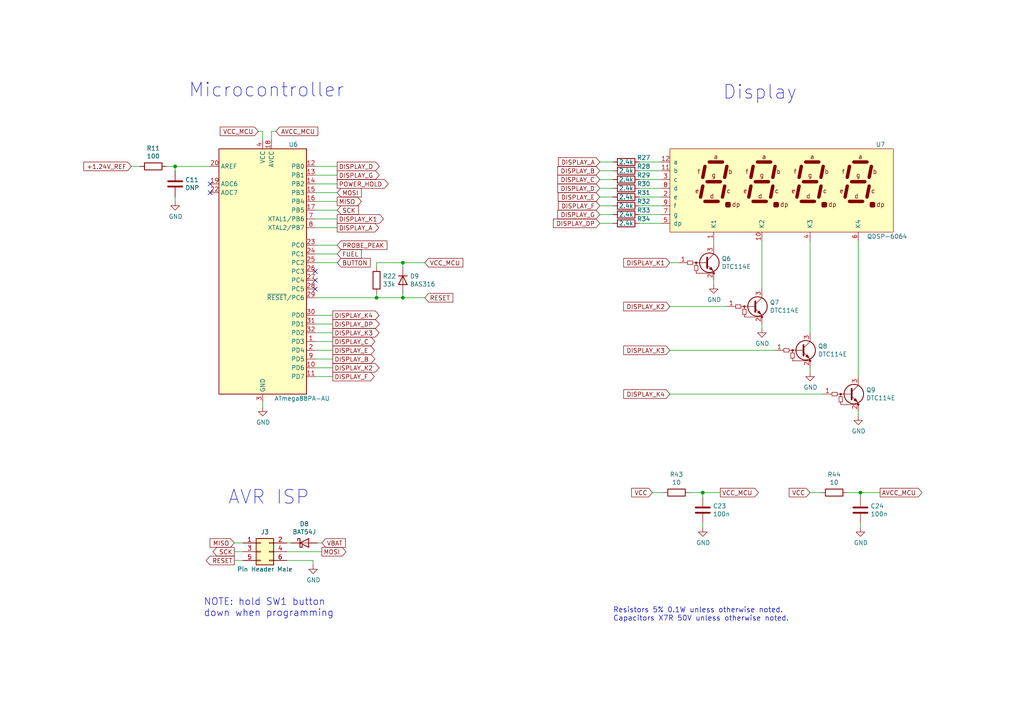
<source format=kicad_sch>
(kicad_sch (version 20230121) (generator eeschema)
  (paper "A4")
  (lib_symbols
    (symbol "Connector_Generic:Conn_02x03_Odd_Even" (pin_names (offset 1.016) hide)
      (property "Reference" "J" (at 1.27 5.08 0))
      (property "Value" "Conn_02x03_Odd_Even" (at 1.27 -5.08 0))
      (symbol "Conn_02x03_Odd_Even_1_1"
        (rectangle (start -1.27 -2.413) (end 0 -2.667) (stroke (width 0.1524)))
        (rectangle (start -1.27 0.127) (end 0 -0.127) (stroke (width 0.1524)))
        (rectangle (start -1.27 2.667) (end 0 2.413) (stroke (width 0.1524)))
        (rectangle (start -1.27 3.81) (end 3.81 -3.81) (stroke (width 0.254)) (fill (type background)))
        (rectangle (start 3.81 -2.413) (end 2.54 -2.667) (stroke (width 0.1524)))
        (rectangle (start 3.81 0.127) (end 2.54 -0.127) (stroke (width 0.1524)))
        (rectangle (start 3.81 2.667) (end 2.54 2.413) (stroke (width 0.1524)))
        (pin passive line (at -5.08 2.54 0) (length 3.81) (name "Pin_1") (number "1"))
        (pin passive line (at 7.62 2.54 180) (length 3.81) (name "Pin_2") (number "2"))
        (pin passive line (at -5.08 0 0) (length 3.81) (name "Pin_3") (number "3"))
        (pin passive line (at 7.62 0 180) (length 3.81) (name "Pin_4") (number "4"))
        (pin passive line (at -5.08 -2.54 0) (length 3.81) (name "Pin_5") (number "5"))
        (pin passive line (at 7.62 -2.54 180) (length 3.81) (name "Pin_6") (number "6"))
      )
    )
    (symbol "Device:C" (pin_numbers hide) (pin_names (offset 0.254))
      (property "Reference" "C" (at 0.635 2.54 0))
      (property "Value" "C" (at 0.635 -2.54 0))
      (symbol "C_0_1"
        (polyline (pts (xy -2.032 -0.762) (xy 2.032 -0.762)) (stroke (width 0.508)))
        (polyline (pts (xy -2.032 0.762) (xy 2.032 0.762)) (stroke (width 0.508)))
      )
      (symbol "C_1_1"
        (pin passive line (at 0 3.81 270) (length 2.794) (name "~") (number "1"))
        (pin passive line (at 0 -3.81 90) (length 2.794) (name "~") (number "2"))
      )
    )
    (symbol "Device:Q_NPN_BEC_BRT" (pin_names hide)
      (property "Reference" "Q" (at 3.81 1.27 0))
      (property "Value" "Q_NPN_BEC_BRT" (at 3.81 -1.27 0))
      (symbol "Q_NPN_BEC_BRT_0_1"
        (rectangle (start -6.35 0.508) (end -4.826 -0.508))
        (rectangle (start -4.318 -2.286) (end -3.302 -0.762))
        (circle (center -3.81 0) (radius 0.254) (fill (type outline)))
        (polyline (pts (xy -3.81 -0.762) (xy -3.81 0)))
        (polyline (pts (xy -0.762 0) (xy -4.826 0)))
        (polyline (pts (xy -0.635 1.524) (xy -0.635 -1.524)) (stroke (width 0.508)))
        (polyline (pts (xy -3.81 -2.286) (xy -3.81 -3.048) (xy 1.27 -3.048)))
        (circle (center 1.27 -3.048) (radius 0.254) (fill (type outline)))
      )
      (symbol "Q_NPN_BEC_BRT_1_1"
        (polyline (pts (xy -0.635 0.635) (xy 1.27 2.54)))
        (polyline (pts (xy -0.635 -0.635) (xy 1.27 -2.54) (xy 1.27 -2.54)))
        (polyline (pts (xy 0 -1.778) (xy 0.508 -1.27) (xy 1.016 -2.286) (xy 0 -1.778) (xy 0 -1.778)) (fill (type outline)))
        (circle (center 0 0) (radius 2.8194) (stroke (width 0.254)))
        (pin input line (at -8.89 0 0) (length 2.54) (name "B") (number "1"))
        (pin passive line (at 1.27 -5.08 90) (length 2.54) (name "E") (number "2"))
        (pin passive line (at 1.27 5.08 270) (length 2.54) (name "C") (number "3"))
      )
    )
    (symbol "Device:R" (pin_numbers hide) (pin_names (offset 0))
      (property "Reference" "R" (at 2.032 0 90))
      (property "Value" "R" (at 0 0 90))
      (symbol "R_0_1"
        (rectangle (start -1.016 -2.54) (end 1.016 2.54) (stroke (width 0.254)))
      )
      (symbol "R_1_1"
        (pin passive line (at 0 3.81 270) (length 1.27) (name "~") (number "1"))
        (pin passive line (at 0 -3.81 90) (length 1.27) (name "~") (number "2"))
      )
    )
    (symbol "Diode:BAS316" (pin_numbers hide) (pin_names hide)
      (property "Reference" "D" (at 0 2.54 0))
      (property "Value" "BAS316" (at 0 -2.54 0))
      (symbol "BAS316_0_1"
        (polyline (pts (xy -1.27 1.27) (xy -1.27 -1.27)) (stroke (width 0.254)))
        (polyline (pts (xy 1.27 0) (xy -1.27 0)))
        (polyline (pts (xy 1.27 1.27) (xy 1.27 -1.27) (xy -1.27 0) (xy 1.27 1.27)) (stroke (width 0.254)))
      )
      (symbol "BAS316_1_1"
        (pin passive line (at -3.81 0 0) (length 2.54) (name "K") (number "1"))
        (pin passive line (at 3.81 0 180) (length 2.54) (name "A") (number "2"))
      )
    )
    (symbol "Diode:BAT54J" (pin_numbers hide) (pin_names (offset 1.016) hide)
      (property "Reference" "D" (at 0 2.54 0))
      (property "Value" "BAT54J" (at 0 -2.54 0))
      (symbol "BAT54J_0_1"
        (polyline (pts (xy 1.27 0) (xy -1.27 0)))
        (polyline (pts (xy 1.27 1.27) (xy 1.27 -1.27) (xy -1.27 0) (xy 1.27 1.27)) (stroke (width 0.254)))
        (polyline (pts (xy -1.905 0.635) (xy -1.905 1.27) (xy -1.27 1.27) (xy -1.27 -1.27) (xy -0.635 -1.27) (xy -0.635 -0.635)) (stroke (width 0.254)))
      )
      (symbol "BAT54J_1_1"
        (pin passive line (at -3.81 0 0) (length 2.54) (name "K") (number "1"))
        (pin passive line (at 3.81 0 180) (length 2.54) (name "A") (number "2"))
      )
    )
    (symbol "MCU_Microchip_ATmega:ATmega88PA-A"
      (property "Reference" "U" (at -12.7 36.83 0))
      (property "Value" "ATmega88PA-A" (at 2.54 -36.83 0))
      (symbol "ATmega88PA-A_0_1"
        (rectangle (start -12.7 -35.56) (end 12.7 35.56) (stroke (width 0.254)) (fill (type background)))
      )
      (symbol "ATmega88PA-A_1_1"
        (pin bidirectional line (at 15.24 -20.32 180) (length 2.54) (name "PD3") (number "1"))
        (pin bidirectional line (at 15.24 -27.94 180) (length 2.54) (name "PD6") (number "10"))
        (pin bidirectional line (at 15.24 -30.48 180) (length 2.54) (name "PD7") (number "11"))
        (pin bidirectional line (at 15.24 30.48 180) (length 2.54) (name "PB0") (number "12"))
        (pin bidirectional line (at 15.24 27.94 180) (length 2.54) (name "PB1") (number "13"))
        (pin bidirectional line (at 15.24 25.4 180) (length 2.54) (name "PB2") (number "14"))
        (pin bidirectional line (at 15.24 22.86 180) (length 2.54) (name "PB3") (number "15"))
        (pin bidirectional line (at 15.24 20.32 180) (length 2.54) (name "PB4") (number "16"))
        (pin bidirectional line (at 15.24 17.78 180) (length 2.54) (name "PB5") (number "17"))
        (pin power_in line (at 2.54 38.1 270) (length 2.54) (name "AVCC") (number "18"))
        (pin input line (at -15.24 25.4 0) (length 2.54) (name "ADC6") (number "19"))
        (pin bidirectional line (at 15.24 -22.86 180) (length 2.54) (name "PD4") (number "2"))
        (pin passive line (at -15.24 30.48 0) (length 2.54) (name "AREF") (number "20"))
        (pin passive line (at 0 -38.1 90) (length 2.54) hide (name "GND") (number "21"))
        (pin input line (at -15.24 22.86 0) (length 2.54) (name "ADC7") (number "22"))
        (pin bidirectional line (at 15.24 7.62 180) (length 2.54) (name "PC0") (number "23"))
        (pin bidirectional line (at 15.24 5.08 180) (length 2.54) (name "PC1") (number "24"))
        (pin bidirectional line (at 15.24 2.54 180) (length 2.54) (name "PC2") (number "25"))
        (pin bidirectional line (at 15.24 0 180) (length 2.54) (name "PC3") (number "26"))
        (pin bidirectional line (at 15.24 -2.54 180) (length 2.54) (name "PC4") (number "27"))
        (pin bidirectional line (at 15.24 -5.08 180) (length 2.54) (name "PC5") (number "28"))
        (pin bidirectional line (at 15.24 -7.62 180) (length 2.54) (name "~{RESET}/PC6") (number "29"))
        (pin power_in line (at 0 -38.1 90) (length 2.54) (name "GND") (number "3"))
        (pin bidirectional line (at 15.24 -12.7 180) (length 2.54) (name "PD0") (number "30"))
        (pin bidirectional line (at 15.24 -15.24 180) (length 2.54) (name "PD1") (number "31"))
        (pin bidirectional line (at 15.24 -17.78 180) (length 2.54) (name "PD2") (number "32"))
        (pin power_in line (at 0 38.1 270) (length 2.54) (name "VCC") (number "4"))
        (pin passive line (at 0 -38.1 90) (length 2.54) hide (name "GND") (number "5"))
        (pin passive line (at 0 38.1 270) (length 2.54) hide (name "VCC") (number "6"))
        (pin bidirectional line (at 15.24 15.24 180) (length 2.54) (name "XTAL1/PB6") (number "7"))
        (pin bidirectional line (at 15.24 12.7 180) (length 2.54) (name "XTAL2/PB7") (number "8"))
        (pin bidirectional line (at 15.24 -25.4 180) (length 2.54) (name "PD5") (number "9"))
      )
    )
    (symbol "esr-meter:QDSP-6064" (pin_names (offset 1.016))
      (property "Reference" "U" (at 29.21 13.97 0))
      (property "Value" "QDSP-6064" (at 30.48 -12.7 0))
      (symbol "QDSP-6064_0_0"
        (rectangle (start -33.02 12.7) (end 31.75 -11.43) (fill (type background)))
        (polyline (pts (xy -16.51 -3.175) (xy -16.51 -3.81) (xy -15.875 -3.81) (xy -15.875 -3.175) (xy -16.51 -3.175)) (stroke (width 0.9906)))
        (text "a" (at -19.685 10.414 0) (effects (font (size 1.27 1.27))))
        (text "b" (at -15.494 6.096 0) (effects (font (size 1.27 1.27))))
        (text "c" (at -16.002 0.508 0) (effects (font (size 1.27 1.27))))
        (text "d" (at -20.828 -1.016 0) (effects (font (size 1.27 1.27))))
        (text "dp" (at -13.843 -3.429 0) (effects (font (size 1.27 1.27))))
        (text "e" (at -25.146 0.508 0) (effects (font (size 1.27 1.27))))
        (text "f" (at -24.638 6.096 0) (effects (font (size 1.27 1.27))))
        (text "g" (at -20.32 5.08 0) (effects (font (size 1.27 1.27))))
      )
      (symbol "QDSP-6064_0_1"
        (polyline (pts (xy -23.495 1.905) (xy -24.13 -1.27)) (stroke (width 0.9906)))
        (polyline (pts (xy -22.86 -2.54) (xy -19.05 -2.54)) (stroke (width 0.9906)))
        (polyline (pts (xy -22.86 7.62) (xy -23.495 4.445)) (stroke (width 0.9906)))
        (polyline (pts (xy -22.225 3.175) (xy -18.415 3.175)) (stroke (width 0.9906)))
        (polyline (pts (xy -21.59 8.89) (xy -17.78 8.89)) (stroke (width 0.9906)))
        (polyline (pts (xy -17.145 1.905) (xy -17.78 -1.27)) (stroke (width 0.9906)))
        (polyline (pts (xy -16.51 7.62) (xy -17.145 4.445)) (stroke (width 0.9906)))
      )
      (symbol "QDSP-6064_1_1"
        (polyline (pts (xy -9.525 1.905) (xy -10.16 -1.27)) (stroke (width 0.9906)))
        (polyline (pts (xy -8.89 -2.54) (xy -5.08 -2.54)) (stroke (width 0.9906)))
        (polyline (pts (xy -8.89 7.62) (xy -9.525 4.445)) (stroke (width 0.9906)))
        (polyline (pts (xy -8.255 3.175) (xy -4.445 3.175)) (stroke (width 0.9906)))
        (polyline (pts (xy -7.62 8.89) (xy -3.81 8.89)) (stroke (width 0.9906)))
        (polyline (pts (xy -3.175 1.905) (xy -3.81 -1.27)) (stroke (width 0.9906)))
        (polyline (pts (xy -2.54 7.62) (xy -3.175 4.445)) (stroke (width 0.9906)))
        (polyline (pts (xy 4.445 1.905) (xy 3.81 -1.27)) (stroke (width 0.9906)))
        (polyline (pts (xy 5.08 -2.54) (xy 8.89 -2.54)) (stroke (width 0.9906)))
        (polyline (pts (xy 5.08 7.62) (xy 4.445 4.445)) (stroke (width 0.9906)))
        (polyline (pts (xy 5.715 3.175) (xy 9.525 3.175)) (stroke (width 0.9906)))
        (polyline (pts (xy 6.35 8.89) (xy 10.16 8.89)) (stroke (width 0.9906)))
        (polyline (pts (xy 10.795 1.905) (xy 10.16 -1.27)) (stroke (width 0.9906)))
        (polyline (pts (xy 11.43 7.62) (xy 10.795 4.445)) (stroke (width 0.9906)))
        (polyline (pts (xy 18.415 1.905) (xy 17.78 -1.27)) (stroke (width 0.9906)))
        (polyline (pts (xy 19.05 -2.54) (xy 22.86 -2.54)) (stroke (width 0.9906)))
        (polyline (pts (xy 19.05 7.62) (xy 18.415 4.445)) (stroke (width 0.9906)))
        (polyline (pts (xy 19.685 3.175) (xy 23.495 3.175)) (stroke (width 0.9906)))
        (polyline (pts (xy 20.32 8.89) (xy 24.13 8.89)) (stroke (width 0.9906)))
        (polyline (pts (xy 24.765 1.905) (xy 24.13 -1.27)) (stroke (width 0.9906)))
        (polyline (pts (xy 25.4 7.62) (xy 24.765 4.445)) (stroke (width 0.9906)))
        (polyline (pts (xy -2.54 -3.175) (xy -2.54 -3.81) (xy -1.905 -3.81) (xy -1.905 -3.175) (xy -2.54 -3.175)) (stroke (width 0.9906)))
        (polyline (pts (xy 11.43 -3.175) (xy 11.43 -3.81) (xy 12.065 -3.81) (xy 12.065 -3.175) (xy 11.43 -3.175)) (stroke (width 0.9906)))
        (polyline (pts (xy 25.4 -3.175) (xy 25.4 -3.81) (xy 26.035 -3.81) (xy 26.035 -3.175) (xy 25.4 -3.175)) (stroke (width 0.9906)))
        (text "a" (at -5.715 10.414 0) (effects (font (size 1.27 1.27))))
        (text "a" (at 8.255 10.414 0) (effects (font (size 1.27 1.27))))
        (text "a" (at 22.225 10.414 0) (effects (font (size 1.27 1.27))))
        (text "b" (at -1.524 6.096 0) (effects (font (size 1.27 1.27))))
        (text "b" (at 12.446 6.096 0) (effects (font (size 1.27 1.27))))
        (text "b" (at 26.416 6.096 0) (effects (font (size 1.27 1.27))))
        (text "c" (at -2.032 0.508 0) (effects (font (size 1.27 1.27))))
        (text "c" (at 11.938 0.508 0) (effects (font (size 1.27 1.27))))
        (text "c" (at 25.908 0.508 0) (effects (font (size 1.27 1.27))))
        (text "d" (at -6.858 -1.016 0) (effects (font (size 1.27 1.27))))
        (text "d" (at 7.112 -1.016 0) (effects (font (size 1.27 1.27))))
        (text "d" (at 21.082 -1.016 0) (effects (font (size 1.27 1.27))))
        (text "dp" (at 0.127 -3.429 0) (effects (font (size 1.27 1.27))))
        (text "dp" (at 14.097 -3.429 0) (effects (font (size 1.27 1.27))))
        (text "dp" (at 28.067 -3.429 0) (effects (font (size 1.27 1.27))))
        (text "e" (at -11.176 0.508 0) (effects (font (size 1.27 1.27))))
        (text "e" (at 2.794 0.508 0) (effects (font (size 1.27 1.27))))
        (text "e" (at 16.764 0.508 0) (effects (font (size 1.27 1.27))))
        (text "f" (at -10.668 6.096 0) (effects (font (size 1.27 1.27))))
        (text "f" (at 3.302 6.096 0) (effects (font (size 1.27 1.27))))
        (text "f" (at 17.272 6.096 0) (effects (font (size 1.27 1.27))))
        (text "g" (at -6.35 5.08 0) (effects (font (size 1.27 1.27))))
        (text "g" (at 7.62 5.08 0) (effects (font (size 1.27 1.27))))
        (text "g" (at 21.59 5.08 0) (effects (font (size 1.27 1.27))))
        (pin input line (at -20.32 -13.97 90) (length 2.54) (name "K1") (number "1"))
        (pin input line (at -6.35 -13.97 90) (length 2.54) (name "K2") (number "10"))
        (pin input line (at -35.56 6.35 0) (length 2.54) (name "b") (number "11"))
        (pin input line (at -35.56 8.89 0) (length 2.54) (name "a") (number "12"))
        (pin input line (at -35.56 -1.27 0) (length 2.54) (name "e") (number "2"))
        (pin input line (at -35.56 3.81 0) (length 2.54) (name "c") (number "3"))
        (pin input line (at 7.62 -13.97 90) (length 2.54) (name "K3") (number "4"))
        (pin input line (at -35.56 -8.89 0) (length 2.54) (name "dp") (number "5"))
        (pin input line (at 21.59 -13.97 90) (length 2.54) (name "K4") (number "6"))
        (pin input line (at -35.56 -6.35 0) (length 2.54) (name "g") (number "7"))
        (pin input line (at -35.56 1.27 0) (length 2.54) (name "d") (number "8"))
        (pin input line (at -35.56 -3.81 0) (length 2.54) (name "f") (number "9"))
      )
    )
    (symbol "power:GND" (power) (pin_names (offset 0))
      (property "Value" "GND" (at 0 -3.81 0))
      (symbol "GND_0_1"
        (polyline (pts (xy 0 0) (xy 0 -1.27) (xy 1.27 -1.27) (xy 0 -2.54) (xy -1.27 -1.27) (xy 0 -1.27)))
      )
      (symbol "GND_1_1"
        (pin power_in line (at 0 0 270) (length 0) hide (name "GND") (number "1"))
      )
    )
  )
  (junction (at 116.84 86.36))
  (junction (at 109.22 86.36))
  (junction (at 249.555 142.875))
  (junction (at 203.835 142.875))
  (junction (at 116.84 76.2))
  (junction (at 50.8 48.26))
  (no_connect (at 60.96 55.88))
  (no_connect (at 60.96 53.34))
  (no_connect (at 91.44 81.28))
  (no_connect (at 91.44 83.82))
  (no_connect (at 91.44 78.74))
  (wire (pts (xy 91.44 106.68) (xy 96.52 106.68)))
  (wire (pts (xy 185.42 49.53) (xy 191.77 49.53)))
  (wire (pts (xy 91.44 48.26) (xy 97.79 48.26)))
  (wire (pts (xy 109.22 77.47) (xy 109.22 76.2)))
  (wire (pts (xy 93.345 157.48) (xy 92.075 157.48)))
  (wire (pts (xy 96.52 91.44) (xy 91.44 91.44)))
  (wire (pts (xy 78.74 38.1) (xy 80.01 38.1)))
  (wire (pts (xy 78.74 40.64) (xy 78.74 38.1)))
  (wire (pts (xy 234.95 106.68) (xy 234.95 107.95)))
  (wire (pts (xy 207.01 69.85) (xy 207.01 71.12)))
  (wire (pts (xy 83.185 160.02) (xy 93.345 160.02)))
  (wire (pts (xy 91.44 93.98) (xy 96.52 93.98)))
  (wire (pts (xy 90.805 162.56) (xy 83.185 162.56)))
  (wire (pts (xy 203.835 142.875) (xy 200.025 142.875)))
  (wire (pts (xy 208.915 142.875) (xy 203.835 142.875)))
  (wire (pts (xy 91.44 101.6) (xy 96.52 101.6)))
  (wire (pts (xy 76.2 38.1) (xy 74.93 38.1)))
  (wire (pts (xy 185.42 64.77) (xy 191.77 64.77)))
  (wire (pts (xy 90.805 163.83) (xy 90.805 162.56)))
  (wire (pts (xy 177.8 57.15) (xy 173.99 57.15)))
  (wire (pts (xy 97.79 58.42) (xy 91.44 58.42)))
  (wire (pts (xy 96.52 96.52) (xy 91.44 96.52)))
  (wire (pts (xy 192.405 142.875) (xy 189.23 142.875)))
  (wire (pts (xy 91.44 53.34) (xy 97.79 53.34)))
  (wire (pts (xy 91.44 86.36) (xy 109.22 86.36)))
  (wire (pts (xy 220.98 83.82) (xy 220.98 69.85)))
  (wire (pts (xy 234.95 69.85) (xy 234.95 96.52)))
  (wire (pts (xy 97.79 50.8) (xy 91.44 50.8)))
  (wire (pts (xy 185.42 54.61) (xy 191.77 54.61)))
  (wire (pts (xy 173.99 64.77) (xy 177.8 64.77)))
  (wire (pts (xy 203.835 144.145) (xy 203.835 142.875)))
  (wire (pts (xy 173.99 59.69) (xy 177.8 59.69)))
  (wire (pts (xy 91.44 66.04) (xy 97.79 66.04)))
  (wire (pts (xy 97.79 55.88) (xy 91.44 55.88)))
  (wire (pts (xy 116.84 86.36) (xy 116.84 85.09)))
  (wire (pts (xy 249.555 151.765) (xy 249.555 153.035)))
  (wire (pts (xy 60.96 48.26) (xy 50.8 48.26)))
  (wire (pts (xy 109.22 86.36) (xy 116.84 86.36)))
  (wire (pts (xy 249.555 142.875) (xy 245.745 142.875)))
  (wire (pts (xy 67.945 157.48) (xy 70.485 157.48)))
  (wire (pts (xy 67.945 162.56) (xy 70.485 162.56)))
  (wire (pts (xy 109.22 76.2) (xy 116.84 76.2)))
  (wire (pts (xy 116.84 76.2) (xy 123.19 76.2)))
  (wire (pts (xy 177.8 52.07) (xy 173.99 52.07)))
  (wire (pts (xy 76.2 118.11) (xy 76.2 116.84)))
  (wire (pts (xy 173.99 49.53) (xy 177.8 49.53)))
  (wire (pts (xy 203.835 153.035) (xy 203.835 151.765)))
  (wire (pts (xy 116.84 86.36) (xy 123.19 86.36)))
  (wire (pts (xy 84.455 157.48) (xy 83.185 157.48)))
  (wire (pts (xy 91.44 71.12) (xy 97.79 71.12)))
  (wire (pts (xy 248.92 120.65) (xy 248.92 119.38)))
  (wire (pts (xy 116.84 77.47) (xy 116.84 76.2)))
  (wire (pts (xy 50.8 58.42) (xy 50.8 57.15)))
  (wire (pts (xy 196.85 76.2) (xy 194.31 76.2)))
  (wire (pts (xy 224.79 101.6) (xy 194.31 101.6)))
  (wire (pts (xy 96.52 109.22) (xy 91.44 109.22)))
  (wire (pts (xy 50.8 49.53) (xy 50.8 48.26)))
  (wire (pts (xy 70.485 160.02) (xy 67.945 160.02)))
  (wire (pts (xy 177.8 46.99) (xy 173.99 46.99)))
  (wire (pts (xy 185.42 59.69) (xy 191.77 59.69)))
  (wire (pts (xy 249.555 142.875) (xy 255.27 142.875)))
  (wire (pts (xy 194.31 114.3) (xy 238.76 114.3)))
  (wire (pts (xy 238.125 142.875) (xy 234.95 142.875)))
  (wire (pts (xy 191.77 62.23) (xy 185.42 62.23)))
  (wire (pts (xy 91.44 99.06) (xy 96.52 99.06)))
  (wire (pts (xy 177.8 62.23) (xy 173.99 62.23)))
  (wire (pts (xy 173.99 54.61) (xy 177.8 54.61)))
  (wire (pts (xy 191.77 57.15) (xy 185.42 57.15)))
  (wire (pts (xy 248.92 109.22) (xy 248.92 69.85)))
  (wire (pts (xy 97.79 63.5) (xy 91.44 63.5)))
  (wire (pts (xy 220.98 93.98) (xy 220.98 95.25)))
  (wire (pts (xy 194.31 88.9) (xy 210.82 88.9)))
  (wire (pts (xy 249.555 142.875) (xy 249.555 144.145)))
  (wire (pts (xy 191.77 46.99) (xy 185.42 46.99)))
  (wire (pts (xy 191.77 52.07) (xy 185.42 52.07)))
  (wire (pts (xy 40.64 48.26) (xy 38.1 48.26)))
  (wire (pts (xy 109.22 86.36) (xy 109.22 85.09)))
  (wire (pts (xy 76.2 40.64) (xy 76.2 38.1)))
  (wire (pts (xy 97.79 60.96) (xy 91.44 60.96)))
  (wire (pts (xy 97.79 76.2) (xy 91.44 76.2)))
  (wire (pts (xy 50.8 48.26) (xy 48.26 48.26)))
  (wire (pts (xy 97.79 73.66) (xy 91.44 73.66)))
  (wire (pts (xy 207.01 81.28) (xy 207.01 82.55)))
  (wire (pts (xy 96.52 104.14) (xy 91.44 104.14)))
  (text "Display" (at 209.55 29.21 0) (effects (font (size 4 4)) (justify left bottom)))
  (text "Resistors 5% 0.1W unless otherwise noted.\nCapacitors X7R 50V unless otherwise noted." (at 177.8 180.34 0) (effects (font (size 1.5 1.5)) (justify left bottom)))
  (text "Microcontroller" (at 54.61 28.575 0) (effects (font (size 4 4)) (justify left bottom)))
  (text "NOTE: hold SW1 button\ndown when programming" (at 59.055 179.07 0) (effects (font (size 2 2)) (justify left bottom)))
  (text "AVR ISP" (at 66.04 146.685 0) (effects (font (size 4 4)) (justify left bottom)))
  (global_label "DISPLAY_K4" (shape output) (at 96.52 91.44 0) (property "Intersheetrefs" "${INTERSHEET_REFS}" (effects hide)))
  (global_label "SCK" (shape input) (at 97.79 60.96 0) (property "Intersheetrefs" "${INTERSHEET_REFS}" (effects hide)))
  (global_label "DISPLAY_G" (shape input) (at 173.99 62.23 180) (property "Intersheetrefs" "${INTERSHEET_REFS}" (effects hide)))
  (global_label "+1.24V_REF" (shape input) (at 38.1 48.26 180) (property "Intersheetrefs" "${INTERSHEET_REFS}" (effects hide)))
  (global_label "MISO" (shape output) (at 97.79 58.42 0) (property "Intersheetrefs" "${INTERSHEET_REFS}" (effects hide)))
  (global_label "DISPLAY_D" (shape output) (at 97.79 48.26 0) (property "Intersheetrefs" "${INTERSHEET_REFS}" (effects hide)))
  (global_label "DISPLAY_K2" (shape input) (at 194.31 88.9 180) (property "Intersheetrefs" "${INTERSHEET_REFS}" (effects hide)))
  (global_label "RESET" (shape input) (at 123.19 86.36 0) (property "Intersheetrefs" "${INTERSHEET_REFS}" (effects hide)))
  (global_label "MISO" (shape input) (at 67.945 157.48 180) (property "Intersheetrefs" "${INTERSHEET_REFS}" (effects hide)))
  (global_label "DISPLAY_A" (shape input) (at 173.99 46.99 180) (property "Intersheetrefs" "${INTERSHEET_REFS}" (effects hide)))
  (global_label "SCK" (shape output) (at 67.945 160.02 180) (property "Intersheetrefs" "${INTERSHEET_REFS}" (effects hide)))
  (global_label "MOSI" (shape output) (at 93.345 160.02 0) (property "Intersheetrefs" "${INTERSHEET_REFS}" (effects hide)))
  (global_label "VCC" (shape input) (at 234.95 142.875 180) (property "Intersheetrefs" "${INTERSHEET_REFS}" (effects hide)))
  (global_label "MOSI" (shape input) (at 97.79 55.88 0) (property "Intersheetrefs" "${INTERSHEET_REFS}" (effects hide)))
  (global_label "VCC_MCU" (shape input) (at 123.19 76.2 0) (property "Intersheetrefs" "${INTERSHEET_REFS}" (effects hide)))
  (global_label "POWER_HOLD" (shape output) (at 97.79 53.34 0) (property "Intersheetrefs" "${INTERSHEET_REFS}" (effects hide)))
  (global_label "DISPLAY_K3" (shape input) (at 194.31 101.6 180) (property "Intersheetrefs" "${INTERSHEET_REFS}" (effects hide)))
  (global_label "DISPLAY_K1" (shape input) (at 194.31 76.2 180) (property "Intersheetrefs" "${INTERSHEET_REFS}" (effects hide)))
  (global_label "RESET" (shape output) (at 67.945 162.56 180) (property "Intersheetrefs" "${INTERSHEET_REFS}" (effects hide)))
  (global_label "VCC_MCU" (shape input) (at 74.93 38.1 180) (property "Intersheetrefs" "${INTERSHEET_REFS}" (effects hide)))
  (global_label "DISPLAY_K1" (shape output) (at 97.79 63.5 0) (property "Intersheetrefs" "${INTERSHEET_REFS}" (effects hide)))
  (global_label "VBAT" (shape input) (at 93.345 157.48 0) (property "Intersheetrefs" "${INTERSHEET_REFS}" (effects hide)))
  (global_label "VCC" (shape input) (at 189.23 142.875 180) (property "Intersheetrefs" "${INTERSHEET_REFS}" (effects hide)))
  (global_label "DISPLAY_E" (shape output) (at 96.52 101.6 0) (property "Intersheetrefs" "${INTERSHEET_REFS}" (effects hide)))
  (global_label "DISPLAY_B" (shape input) (at 173.99 49.53 180) (property "Intersheetrefs" "${INTERSHEET_REFS}" (effects hide)))
  (global_label "DISPLAY_C" (shape input) (at 173.99 52.07 180) (property "Intersheetrefs" "${INTERSHEET_REFS}" (effects hide)))
  (global_label "DISPLAY_K3" (shape output) (at 96.52 96.52 0) (property "Intersheetrefs" "${INTERSHEET_REFS}" (effects hide)))
  (global_label "DISPLAY_B" (shape output) (at 96.52 104.14 0) (property "Intersheetrefs" "${INTERSHEET_REFS}" (effects hide)))
  (global_label "DISPLAY_F" (shape output) (at 96.52 109.22 0) (property "Intersheetrefs" "${INTERSHEET_REFS}" (effects hide)))
  (global_label "BUTTON" (shape input) (at 97.79 76.2 0) (property "Intersheetrefs" "${INTERSHEET_REFS}" (effects hide)))
  (global_label "PROBE_PEAK" (shape input) (at 97.79 71.12 0) (property "Intersheetrefs" "${INTERSHEET_REFS}" (effects hide)))
  (global_label "DISPLAY_F" (shape input) (at 173.99 59.69 180) (property "Intersheetrefs" "${INTERSHEET_REFS}" (effects hide)))
  (global_label "DISPLAY_DP" (shape input) (at 173.99 64.77 180) (property "Intersheetrefs" "${INTERSHEET_REFS}" (effects hide)))
  (global_label "AVCC_MCU" (shape input) (at 80.01 38.1 0) (property "Intersheetrefs" "${INTERSHEET_REFS}" (effects hide)))
  (global_label "DISPLAY_A" (shape output) (at 97.79 66.04 0) (property "Intersheetrefs" "${INTERSHEET_REFS}" (effects hide)))
  (global_label "DISPLAY_K4" (shape input) (at 194.31 114.3 180) (property "Intersheetrefs" "${INTERSHEET_REFS}" (effects hide)))
  (global_label "DISPLAY_DP" (shape output) (at 96.52 93.98 0) (property "Intersheetrefs" "${INTERSHEET_REFS}" (effects hide)))
  (global_label "DISPLAY_E" (shape input) (at 173.99 57.15 180) (property "Intersheetrefs" "${INTERSHEET_REFS}" (effects hide)))
  (global_label "DISPLAY_D" (shape input) (at 173.99 54.61 180) (property "Intersheetrefs" "${INTERSHEET_REFS}" (effects hide)))
  (global_label "DISPLAY_G" (shape output) (at 97.79 50.8 0) (property "Intersheetrefs" "${INTERSHEET_REFS}" (effects hide)))
  (global_label "VCC_MCU" (shape output) (at 208.915 142.875 0) (property "Intersheetrefs" "${INTERSHEET_REFS}" (effects hide)))
  (global_label "AVCC_MCU" (shape output) (at 255.27 142.875 0) (property "Intersheetrefs" "${INTERSHEET_REFS}" (effects hide)))
  (global_label "FUEL" (shape input) (at 97.79 73.66 0) (property "Intersheetrefs" "${INTERSHEET_REFS}" (effects hide)))
  (global_label "DISPLAY_C" (shape output) (at 96.52 99.06 0) (property "Intersheetrefs" "${INTERSHEET_REFS}" (effects hide)))
  (global_label "DISPLAY_K2" (shape output) (at 96.52 106.68 0) (property "Intersheetrefs" "${INTERSHEET_REFS}" (effects hide)))
  (symbol (lib_id "Diode:BAT54J") (at 88.265 157.48 0) (unit 1)
    (property "Reference" "D8" (at 88.265 151.9682 0))
    (property "Value" "BAT54J" (at 88.265 154.2796 0))
    (property "Footprint" "Diode_SMD:D_SOD-323F" (effects hide))
    (property "Datasheet" "https://assets.nexperia.com/documents/data-sheet/BAT54J.pdf" (effects hide))
  )
  (symbol (lib_id "Device:R") (at 109.22 81.28 0) (unit 1)
    (property "Reference" "R22" (at 110.998 80.1116 0) (effects (justify left)))
    (property "Value" "33k" (at 110.998 82.423 0) (effects (justify left)))
    (property "Footprint" "Resistor_SMD:R_0603_1608Metric" (effects hide))
  )
  (symbol (lib_id "power:GND") (at 207.01 82.55 0) (unit 1)
    (property "Reference" "#PWR035" (effects hide))
    (property "Value" "GND" (at 207.137 86.9442 0))
  )
  (symbol (lib_id "Device:R") (at 44.45 48.26 270) (unit 1)
    (property "Reference" "R11" (at 44.45 43.0022 90))
    (property "Value" "100" (at 44.45 45.3136 90))
    (property "Footprint" "Resistor_SMD:R_0603_1608Metric" (effects hide))
  )
  (symbol (lib_id "Device:Q_NPN_BEC_BRT") (at 233.68 101.6 0) (unit 1)
    (property "Reference" "Q8" (at 237.236 100.4316 0) (effects (justify left)))
    (property "Value" "DTC114E" (at 237.236 102.743 0) (effects (justify left)))
    (property "Footprint" "Package_TO_SOT_SMD:SOT-23" (effects hide))
  )
  (symbol (lib_id "Device:Q_NPN_BEC_BRT") (at 205.74 76.2 0) (unit 1)
    (property "Reference" "Q6" (at 209.296 75.0316 0) (effects (justify left)))
    (property "Value" "DTC114E" (at 209.296 77.343 0) (effects (justify left)))
    (property "Footprint" "Package_TO_SOT_SMD:SOT-23" (effects hide))
  )
  (symbol (lib_id "Device:R") (at 181.61 52.07 270) (unit 1)
    (property "Reference" "R29" (at 186.69 50.8 90))
    (property "Value" "2.4k" (at 181.61 52.07 90))
    (property "Footprint" "Resistor_SMD:R_0603_1608Metric" (effects hide))
  )
  (symbol (lib_id "Device:R") (at 181.61 64.77 270) (unit 1)
    (property "Reference" "R34" (at 186.69 63.5 90))
    (property "Value" "2.4k" (at 181.61 64.77 90))
    (property "Footprint" "Resistor_SMD:R_0603_1608Metric" (effects hide))
  )
  (symbol (lib_id "power:GND") (at 76.2 118.11 0) (unit 1)
    (property "Reference" "#PWR023" (effects hide))
    (property "Value" "GND" (at 76.327 122.5042 0))
  )
  (symbol (lib_id "MCU_Microchip_ATmega:ATmega88PA-A") (at 76.2 78.74 0) (unit 1)
    (property "Reference" "U6" (at 85.09 41.91 0))
    (property "Value" "ATmega88PA-AU" (at 87.63 115.57 0))
    (property "Footprint" "Package_QFP:TQFP-32_7x7mm_P0.8mm" (effects hide))
    (property "Datasheet" "http://ww1.microchip.com/downloads/en/DeviceDoc/ATmega48PA_88PA_168PA-Data-Sheet-40002011A.pdf" (effects hide))
  )
  (symbol (lib_id "power:GND") (at 234.95 107.95 0) (unit 1)
    (property "Reference" "#PWR039" (effects hide))
    (property "Value" "GND" (at 235.077 112.3442 0))
  )
  (symbol (lib_id "Device:C") (at 50.8 53.34 0) (unit 1)
    (property "Reference" "C11" (at 53.721 52.1716 0) (effects (justify left)))
    (property "Value" "DNP" (at 53.721 54.483 0) (effects (justify left)))
    (property "Footprint" "Capacitor_SMD:C_0603_1608Metric" (effects hide))
  )
  (symbol (lib_id "Diode:BAS316") (at 116.84 81.28 270) (unit 1)
    (property "Reference" "D9" (at 118.872 80.1116 90) (effects (justify left)))
    (property "Value" "BAS316" (at 118.872 82.423 90) (effects (justify left)))
    (property "Footprint" "Diode_SMD:D_SOD-323" (effects hide))
    (property "Datasheet" "https://assets.nexperia.com/documents/data-sheet/BAS16_SER.pdf" (effects hide))
  )
  (symbol (lib_id "esr-meter:QDSP-6064") (at 227.33 55.88 0) (unit 1)
    (property "Reference" "U7" (at 254 41.91 0) (effects (justify left)))
    (property "Value" "QDSP-6064" (at 251.46 68.58 0) (effects (justify left)))
    (property "Footprint" "Package_DIP:DIP-12_W7.62mm" (effects hide))
  )
  (symbol (lib_id "Device:R") (at 181.61 59.69 270) (unit 1)
    (property "Reference" "R32" (at 186.69 58.42 90))
    (property "Value" "2.4k" (at 181.61 59.69 90))
    (property "Footprint" "Resistor_SMD:R_0603_1608Metric" (effects hide))
  )
  (symbol (lib_id "power:GND") (at 203.835 153.035 0) (unit 1)
    (property "Reference" "#PWR046" (effects hide))
    (property "Value" "GND" (at 203.962 157.4292 0))
  )
  (symbol (lib_id "Device:R") (at 181.61 49.53 270) (unit 1)
    (property "Reference" "R28" (at 186.69 48.26 90))
    (property "Value" "2.4k" (at 181.61 49.53 90))
    (property "Footprint" "Resistor_SMD:R_0603_1608Metric" (effects hide))
  )
  (symbol (lib_id "power:GND") (at 90.805 163.83 0) (unit 1)
    (property "Reference" "#PWR028" (effects hide))
    (property "Value" "GND" (at 90.932 168.2242 0))
  )
  (symbol (lib_id "Device:R") (at 241.935 142.875 270) (unit 1)
    (property "Reference" "R44" (at 241.935 137.6172 90))
    (property "Value" "10" (at 241.935 139.9286 90))
    (property "Footprint" "Resistor_SMD:R_0603_1608Metric" (effects hide))
  )
  (symbol (lib_id "Device:C") (at 249.555 147.955 0) (unit 1)
    (property "Reference" "C24" (at 252.476 146.7866 0) (effects (justify left)))
    (property "Value" "100n" (at 252.476 149.098 0) (effects (justify left)))
    (property "Footprint" "Capacitor_SMD:C_0603_1608Metric" (effects hide))
  )
  (symbol (lib_id "power:GND") (at 248.92 120.65 0) (unit 1)
    (property "Reference" "#PWR040" (effects hide))
    (property "Value" "GND" (at 249.047 125.0442 0))
  )
  (symbol (lib_id "Device:Q_NPN_BEC_BRT") (at 247.65 114.3 0) (unit 1)
    (property "Reference" "Q9" (at 251.206 113.1316 0) (effects (justify left)))
    (property "Value" "DTC114E" (at 251.206 115.443 0) (effects (justify left)))
    (property "Footprint" "Package_TO_SOT_SMD:SOT-23" (effects hide))
  )
  (symbol (lib_id "power:GND") (at 220.98 95.25 0) (unit 1)
    (property "Reference" "#PWR038" (effects hide))
    (property "Value" "GND" (at 221.107 99.6442 0))
  )
  (symbol (lib_id "Device:C") (at 203.835 147.955 0) (unit 1)
    (property "Reference" "C23" (at 206.756 146.7866 0) (effects (justify left)))
    (property "Value" "100n" (at 206.756 149.098 0) (effects (justify left)))
    (property "Footprint" "Capacitor_SMD:C_0603_1608Metric" (effects hide))
  )
  (symbol (lib_id "Connector_Generic:Conn_02x03_Odd_Even") (at 75.565 160.02 0) (unit 1)
    (property "Reference" "J3" (at 76.835 154.305 0))
    (property "Value" "Pin Header Male" (at 76.835 165.1 0))
    (property "Footprint" "Connector_PinHeader_2.54mm:PinHeader_2x03_P2.54mm_Vertical" (effects hide))
  )
  (symbol (lib_id "power:GND") (at 249.555 153.035 0) (unit 1)
    (property "Reference" "#PWR047" (effects hide))
    (property "Value" "GND" (at 249.682 157.4292 0))
  )
  (symbol (lib_id "Device:R") (at 181.61 46.99 270) (unit 1)
    (property "Reference" "R27" (at 186.69 45.72 90))
    (property "Value" "2.4k" (at 181.61 46.99 90))
    (property "Footprint" "Resistor_SMD:R_0603_1608Metric" (effects hide))
  )
  (symbol (lib_id "Device:R") (at 181.61 54.61 270) (unit 1)
    (property "Reference" "R30" (at 186.69 53.34 90))
    (property "Value" "2.4k" (at 181.61 54.61 90))
    (property "Footprint" "Resistor_SMD:R_0603_1608Metric" (effects hide))
  )
  (symbol (lib_id "Device:R") (at 181.61 57.15 270) (unit 1)
    (property "Reference" "R31" (at 186.69 55.88 90))
    (property "Value" "2.4k" (at 181.61 57.15 90))
    (property "Footprint" "Resistor_SMD:R_0603_1608Metric" (effects hide))
  )
  (symbol (lib_id "Device:R") (at 196.215 142.875 270) (unit 1)
    (property "Reference" "R43" (at 196.215 137.6172 90))
    (property "Value" "10" (at 196.215 139.9286 90))
    (property "Footprint" "Resistor_SMD:R_0603_1608Metric" (effects hide))
  )
  (symbol (lib_id "Device:R") (at 181.61 62.23 270) (unit 1)
    (property "Reference" "R33" (at 186.69 60.96 90))
    (property "Value" "2.4k" (at 181.61 62.23 90))
    (property "Footprint" "Resistor_SMD:R_0603_1608Metric" (effects hide))
  )
  (symbol (lib_id "Device:Q_NPN_BEC_BRT") (at 219.71 88.9 0) (unit 1)
    (property "Reference" "Q7" (at 223.266 87.7316 0) (effects (justify left)))
    (property "Value" "DTC114E" (at 223.266 90.043 0) (effects (justify left)))
    (property "Footprint" "Package_TO_SOT_SMD:SOT-23" (effects hide))
  )
  (symbol (lib_id "power:GND") (at 50.8 58.42 0) (unit 1)
    (property "Reference" "#PWR021" (effects hide))
    (property "Value" "GND" (at 50.927 62.8142 0))
  )
)
</source>
